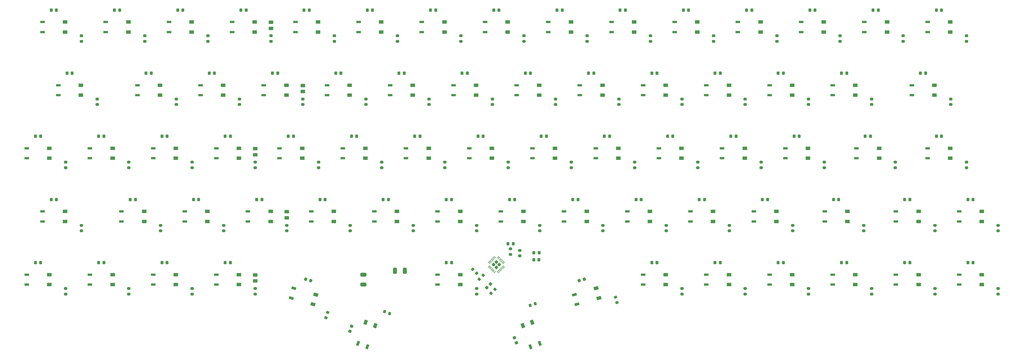
<source format=gtp>
G04 #@! TF.GenerationSoftware,KiCad,Pcbnew,(6.0.7-1)-1*
G04 #@! TF.CreationDate,2022-08-18T09:54:35+02:00*
G04 #@! TF.ProjectId,optical-keyboard-mx,6f707469-6361-46c2-9d6b-6579626f6172,rev?*
G04 #@! TF.SameCoordinates,Original*
G04 #@! TF.FileFunction,Paste,Top*
G04 #@! TF.FilePolarity,Positive*
%FSLAX46Y46*%
G04 Gerber Fmt 4.6, Leading zero omitted, Abs format (unit mm)*
G04 Created by KiCad (PCBNEW (6.0.7-1)-1) date 2022-08-18 09:54:35*
%MOMM*%
%LPD*%
G01*
G04 APERTURE LIST*
G04 Aperture macros list*
%AMRoundRect*
0 Rectangle with rounded corners*
0 $1 Rounding radius*
0 $2 $3 $4 $5 $6 $7 $8 $9 X,Y pos of 4 corners*
0 Add a 4 corners polygon primitive as box body*
4,1,4,$2,$3,$4,$5,$6,$7,$8,$9,$2,$3,0*
0 Add four circle primitives for the rounded corners*
1,1,$1+$1,$2,$3*
1,1,$1+$1,$4,$5*
1,1,$1+$1,$6,$7*
1,1,$1+$1,$8,$9*
0 Add four rect primitives between the rounded corners*
20,1,$1+$1,$2,$3,$4,$5,0*
20,1,$1+$1,$4,$5,$6,$7,0*
20,1,$1+$1,$6,$7,$8,$9,0*
20,1,$1+$1,$8,$9,$2,$3,0*%
%AMRotRect*
0 Rectangle, with rotation*
0 The origin of the aperture is its center*
0 $1 length*
0 $2 width*
0 $3 Rotation angle, in degrees counterclockwise*
0 Add horizontal line*
21,1,$1,$2,0,0,$3*%
G04 Aperture macros list end*
%ADD10R,1.400000X1.000000*%
%ADD11R,1.400000X0.800000*%
%ADD12RoundRect,0.200000X-0.275000X0.200000X-0.275000X-0.200000X0.275000X-0.200000X0.275000X0.200000X0*%
%ADD13RotRect,0.800000X1.400000X286.000000*%
%ADD14RoundRect,0.200000X0.200000X0.275000X-0.200000X0.275000X-0.200000X-0.275000X0.200000X-0.275000X0*%
%ADD15RoundRect,0.218750X-0.218750X-0.256250X0.218750X-0.256250X0.218750X0.256250X-0.218750X0.256250X0*%
%ADD16RotRect,0.800000X1.400000X340.000000*%
%ADD17RoundRect,0.250000X0.450000X-0.262500X0.450000X0.262500X-0.450000X0.262500X-0.450000X-0.262500X0*%
%ADD18RoundRect,0.218750X-0.139644X-0.306619X0.280908X-0.186028X0.139644X0.306619X-0.280908X0.186028X0*%
%ADD19RoundRect,0.200000X0.275000X-0.200000X0.275000X0.200000X-0.275000X0.200000X-0.275000X-0.200000X0*%
%ADD20RoundRect,0.200000X-0.053033X0.335876X-0.335876X0.053033X0.053033X-0.335876X0.335876X-0.053033X0*%
%ADD21RoundRect,0.225000X0.225000X0.250000X-0.225000X0.250000X-0.225000X-0.250000X0.225000X-0.250000X0*%
%ADD22RoundRect,0.218750X0.165979X-0.293200X0.315613X0.117915X-0.165979X0.293200X-0.315613X-0.117915X0*%
%ADD23RoundRect,0.200000X-0.209219X0.268053X-0.319474X-0.116452X0.209219X-0.268053X0.319474X0.116452X0*%
%ADD24RoundRect,0.225000X-0.017678X0.335876X-0.335876X0.017678X0.017678X-0.335876X0.335876X-0.017678X0*%
%ADD25RoundRect,0.200000X-0.319474X0.116452X-0.209219X-0.268053X0.319474X-0.116452X0.209219X0.268053X0*%
%ADD26RoundRect,0.218750X-0.280908X-0.186028X0.139644X-0.306619X0.280908X0.186028X-0.139644X0.306619X0*%
%ADD27RoundRect,0.200000X-0.093883X-0.326819X0.281994X-0.190011X0.093883X0.326819X-0.281994X0.190011X0*%
%ADD28RoundRect,0.200000X0.053033X-0.335876X0.335876X-0.053033X-0.053033X0.335876X-0.335876X0.053033X0*%
%ADD29RoundRect,0.218750X0.315613X-0.117915X0.165979X0.293200X-0.315613X0.117915X-0.165979X-0.293200X0*%
%ADD30RotRect,0.800000X1.400000X20.000000*%
%ADD31RotRect,1.000000X1.400000X200.000000*%
%ADD32RoundRect,0.232500X0.000000X-0.328805X0.328805X0.000000X0.000000X0.328805X-0.328805X0.000000X0*%
%ADD33RoundRect,0.050000X-0.220971X-0.291682X0.291682X0.220971X0.220971X0.291682X-0.291682X-0.220971X0*%
%ADD34RoundRect,0.050000X0.220971X-0.291682X0.291682X-0.220971X-0.220971X0.291682X-0.291682X0.220971X0*%
%ADD35RotRect,0.800000X1.400000X254.000000*%
%ADD36RotRect,1.000000X1.400000X74.000000*%
%ADD37RotRect,1.000000X1.400000X160.000000*%
%ADD38RoundRect,0.250000X-0.325000X-0.650000X0.325000X-0.650000X0.325000X0.650000X-0.325000X0.650000X0*%
%ADD39RoundRect,0.200000X-0.335876X-0.053033X-0.053033X-0.335876X0.335876X0.053033X0.053033X0.335876X0*%
%ADD40RotRect,1.000000X1.400000X106.000000*%
%ADD41RoundRect,0.200000X-0.281994X-0.190011X0.093883X-0.326819X0.281994X0.190011X-0.093883X0.326819X0*%
%ADD42RoundRect,0.250000X-0.650000X0.325000X-0.650000X-0.325000X0.650000X-0.325000X0.650000X0.325000X0*%
G04 APERTURE END LIST*
D10*
X188650000Y-36500000D03*
X188650000Y-39500000D03*
D11*
X48850000Y-74500000D03*
X48850000Y-77500000D03*
D12*
X250550000Y-40675000D03*
X250550000Y-42325000D03*
D10*
X74650000Y-36500000D03*
X74650000Y-39500000D03*
D13*
X175418254Y-80495274D03*
X176245166Y-83379060D03*
D14*
X157125000Y-65240000D03*
X155475000Y-65240000D03*
D12*
X141300000Y-2675000D03*
X141300000Y-4325000D03*
X226800000Y-78675000D03*
X226800000Y-80325000D03*
X207800000Y-21675000D03*
X207800000Y-23325000D03*
D11*
X44100000Y-17500000D03*
X44100000Y-20500000D03*
D10*
X240900000Y-74500000D03*
X240900000Y-77500000D03*
D15*
X279462500Y-13900000D03*
X281037500Y-13900000D03*
D12*
X22550000Y-78675000D03*
X22550000Y-80325000D03*
D10*
X231400000Y1500000D03*
X231400000Y-1500000D03*
X174400000Y1500000D03*
X174400000Y-1500000D03*
D15*
X32462500Y-70900000D03*
X34037500Y-70900000D03*
D10*
X112650000Y-36500000D03*
X112650000Y-39500000D03*
D16*
X110427593Y-95181925D03*
X113246671Y-96207985D03*
D17*
X84300000Y-412500D03*
X84300000Y1412500D03*
D11*
X243600000Y1500000D03*
X243600000Y-1500000D03*
X224600000Y1500000D03*
X224600000Y-1500000D03*
D15*
X60962500Y-51900000D03*
X62537500Y-51900000D03*
D12*
X127050000Y-59675000D03*
X127050000Y-61325000D03*
D11*
X134350000Y-74500000D03*
X134350000Y-77500000D03*
D10*
X36650000Y-36500000D03*
X36650000Y-39500000D03*
X236150000Y-55500000D03*
X236150000Y-58500000D03*
X193400000Y1500000D03*
X193400000Y-1500000D03*
X46150000Y-55500000D03*
X46150000Y-58500000D03*
X207650000Y-36500000D03*
X207650000Y-39500000D03*
D11*
X272100000Y-55500000D03*
X272100000Y-58500000D03*
D12*
X262425000Y-59675000D03*
X262425000Y-61325000D03*
D15*
X236712500Y-70900000D03*
X238287500Y-70900000D03*
D11*
X10850000Y-74500000D03*
X10850000Y-77500000D03*
D12*
X70050000Y-59675000D03*
X70050000Y-61325000D03*
D15*
X136962500Y-51900000D03*
X138537500Y-51900000D03*
X222462500Y-32900000D03*
X224037500Y-32900000D03*
X141712500Y-13900000D03*
X143287500Y-13900000D03*
X89462500Y-32900000D03*
X91037500Y-32900000D03*
X193962500Y-51900000D03*
X195537500Y-51900000D03*
D10*
X98400000Y1500000D03*
X98400000Y-1500000D03*
D12*
X103300000Y-2675000D03*
X103300000Y-4325000D03*
D15*
X18212500Y-51900000D03*
X19787500Y-51900000D03*
D12*
X169800000Y-21675000D03*
X169800000Y-23325000D03*
D15*
X170212500Y5100000D03*
X171787500Y5100000D03*
D10*
X117400000Y1500000D03*
X117400000Y-1500000D03*
D12*
X41550000Y-40675000D03*
X41550000Y-42325000D03*
D10*
X278900000Y-74500000D03*
X278900000Y-77500000D03*
D15*
X56212500Y5100000D03*
X57787500Y5100000D03*
D11*
X77350000Y-55500000D03*
X77350000Y-58500000D03*
D15*
X255712500Y-13900000D03*
X257287500Y-13900000D03*
D12*
X89050000Y-59675000D03*
X89050000Y-61325000D03*
D11*
X196100000Y-17500000D03*
X196100000Y-20500000D03*
D10*
X217150000Y-55500000D03*
X217150000Y-58500000D03*
D12*
X188800000Y-21675000D03*
X188800000Y-23325000D03*
D10*
X267024999Y-36500000D03*
X267024999Y-39500000D03*
D15*
X246212500Y5100000D03*
X247787500Y5100000D03*
D10*
X27150000Y-17500000D03*
X27150000Y-20500000D03*
D18*
X176937255Y-76314629D03*
X178451243Y-75880501D03*
D15*
X70462500Y-32900000D03*
X72037500Y-32900000D03*
X79962500Y-51900000D03*
X81537500Y-51900000D03*
D11*
X101100000Y-17500000D03*
X101100000Y-20500000D03*
D15*
X13462500Y-32900000D03*
X15037500Y-32900000D03*
D12*
X146050000Y-78675000D03*
X146050000Y-80325000D03*
D10*
X202900000Y-74500000D03*
X202900000Y-77500000D03*
D11*
X91600000Y1500000D03*
X91600000Y-1500000D03*
D12*
X165050000Y-59675000D03*
X165050000Y-61325000D03*
D10*
X145900000Y-17500000D03*
X145900000Y-20500000D03*
D11*
X67850000Y-36500000D03*
X67850000Y-39500000D03*
D15*
X13462500Y-70900000D03*
X15037500Y-70900000D03*
D10*
X164900000Y-17500000D03*
X164900000Y-20500000D03*
D19*
X156200000Y-68395000D03*
X156200000Y-66745000D03*
D10*
X283650000Y-17500000D03*
X283650000Y-20500000D03*
D15*
X84712500Y-13900000D03*
X86287500Y-13900000D03*
D11*
X250725000Y-55500000D03*
X250725000Y-58500000D03*
D12*
X212550000Y-40675000D03*
X212550000Y-42325000D03*
D10*
X60400000Y1500000D03*
X60400000Y-1500000D03*
D11*
X276850000Y-17500000D03*
X276850000Y-20500000D03*
D10*
X55650000Y-36500000D03*
X55650000Y-39500000D03*
D15*
X65712500Y-13900000D03*
X67287500Y-13900000D03*
D10*
X221900000Y-74500000D03*
X221900000Y-77500000D03*
D15*
X151212500Y5100000D03*
X152787500Y5100000D03*
D12*
X79550000Y-40675000D03*
X79550000Y-42325000D03*
D11*
X10850000Y-36500000D03*
X10850000Y-39500000D03*
D12*
X79550000Y-78675000D03*
X79550000Y-80325000D03*
D15*
X274712500Y-51900000D03*
X276287500Y-51900000D03*
X174962500Y-51900000D03*
X176537500Y-51900000D03*
D10*
X79400000Y1500000D03*
X79400000Y-1500000D03*
D11*
X72600000Y1500000D03*
X72600000Y-1500000D03*
D12*
X283800000Y-78675000D03*
X283800000Y-80325000D03*
D11*
X105850000Y-36500000D03*
X105850000Y-39500000D03*
X158100000Y-17500000D03*
X158100000Y-20500000D03*
D10*
X74650000Y-74500000D03*
X74650000Y-77500000D03*
D11*
X124850000Y-36500000D03*
X124850000Y-39500000D03*
D12*
X65300000Y-2675000D03*
X65300000Y-4325000D03*
D15*
X70462500Y-70900000D03*
X72037500Y-70900000D03*
X255712500Y-70900000D03*
X257287500Y-70900000D03*
D11*
X191350000Y-55500000D03*
X191350000Y-58500000D03*
D12*
X122300000Y-2675000D03*
X122300000Y-4325000D03*
X236300000Y-2675000D03*
X236300000Y-4325000D03*
X245800000Y-78675000D03*
X245800000Y-80325000D03*
D15*
X51462500Y-32900000D03*
X53037500Y-32900000D03*
X98962500Y-51900000D03*
X100537500Y-51900000D03*
X113212500Y5100000D03*
X114787500Y5100000D03*
X189212500Y5100000D03*
X190787500Y5100000D03*
D17*
X79550000Y-76412500D03*
X79550000Y-74587500D03*
D10*
X240900000Y-17500000D03*
X240900000Y-20500000D03*
D11*
X34600000Y1500000D03*
X34600000Y-1500000D03*
D15*
X179712500Y-13900000D03*
X181287500Y-13900000D03*
D11*
X215100000Y-17500000D03*
X215100000Y-20500000D03*
D15*
X236712500Y-13900000D03*
X238287500Y-13900000D03*
D12*
X46300000Y-2675000D03*
X46300000Y-4325000D03*
D15*
X127462500Y-32900000D03*
X129037500Y-32900000D03*
X132212500Y5100000D03*
X133787500Y5100000D03*
D11*
X181850000Y-36500000D03*
X181850000Y-39500000D03*
D12*
X112800000Y-21675000D03*
X112800000Y-23325000D03*
D10*
X22400000Y-55500000D03*
X22400000Y-58500000D03*
D12*
X55800000Y-21675000D03*
X55800000Y-23325000D03*
D11*
X215100000Y-74500000D03*
X215100000Y-77500000D03*
D10*
X136400000Y1500000D03*
X136400000Y-1500000D03*
X88900000Y-17500000D03*
X88900000Y-20500000D03*
D15*
X184462500Y-32900000D03*
X186037500Y-32900000D03*
D12*
X203050000Y-59675000D03*
X203050000Y-61325000D03*
D10*
X93650000Y-36500000D03*
X93650000Y-39500000D03*
D11*
X253100000Y-74500000D03*
X253100000Y-77500000D03*
D15*
X265212500Y5100000D03*
X266787500Y5100000D03*
D11*
X272100000Y-74500000D03*
X272100000Y-77500000D03*
D15*
X75212500Y5100000D03*
X76787500Y5100000D03*
D12*
X217300000Y-2675000D03*
X217300000Y-4325000D03*
X60550000Y-40675000D03*
X60550000Y-42325000D03*
D15*
X32462500Y-32900000D03*
X34037500Y-32900000D03*
X284212500Y-32900000D03*
X285787500Y-32900000D03*
D12*
X288550000Y-21675000D03*
X288550000Y-23325000D03*
D15*
X46712500Y-13900000D03*
X48287500Y-13900000D03*
D12*
X131800000Y-21675000D03*
X131800000Y-23325000D03*
D15*
X203462500Y-32900000D03*
X205037500Y-32900000D03*
X262837500Y-32900000D03*
X264412500Y-32900000D03*
D10*
X50900000Y-17500000D03*
X50900000Y-20500000D03*
D11*
X167600000Y1500000D03*
X167600000Y-1500000D03*
D12*
X74800000Y-21675000D03*
X74800000Y-23325000D03*
D15*
X208212500Y5100000D03*
X209787500Y5100000D03*
X241462500Y-32900000D03*
X243037500Y-32900000D03*
D10*
X297900000Y-74500000D03*
X297900000Y-77500000D03*
D11*
X110600000Y1500000D03*
X110600000Y-1500000D03*
X234100000Y-17500000D03*
X234100000Y-20500000D03*
X281600000Y1500000D03*
X281600000Y-1500000D03*
D15*
X122712500Y-13900000D03*
X124287500Y-13900000D03*
X227212500Y5100000D03*
X228787500Y5100000D03*
D12*
X41550000Y-78675000D03*
X41550000Y-80325000D03*
D10*
X41400000Y1500000D03*
X41400000Y-1500000D03*
D20*
X151563363Y-78906637D03*
X150396637Y-80073363D03*
D10*
X155400000Y1500000D03*
X155400000Y-1500000D03*
D12*
X27300000Y-2675000D03*
X27300000Y-4325000D03*
D10*
X84150000Y-55500000D03*
X84150000Y-58500000D03*
D11*
X238850000Y-36500000D03*
X238850000Y-39500000D03*
D15*
X103712500Y-13900000D03*
X105287500Y-13900000D03*
D12*
X264800000Y-78675000D03*
X264800000Y-80325000D03*
D10*
X160150000Y-55500000D03*
X160150000Y-58500000D03*
D11*
X281600000Y-36500000D03*
X281600000Y-39500000D03*
D21*
X164775000Y-70000000D03*
X163225000Y-70000000D03*
D15*
X293712500Y-51900000D03*
X295287500Y-51900000D03*
X160712500Y-13900000D03*
X162287500Y-13900000D03*
D21*
X164845000Y-67920000D03*
X163295000Y-67920000D03*
D10*
X22400000Y1500000D03*
X22400000Y-1500000D03*
D11*
X96350000Y-55500000D03*
X96350000Y-58500000D03*
D12*
X283800000Y-59675000D03*
X283800000Y-61325000D03*
X198300000Y-2675000D03*
X198300000Y-4325000D03*
D10*
X141150000Y-74500000D03*
X141150000Y-77500000D03*
D11*
X139100000Y-17500000D03*
X139100000Y-20500000D03*
D12*
X274300000Y-2675000D03*
X274300000Y-4325000D03*
D10*
X65150000Y-55500000D03*
X65150000Y-58500000D03*
D15*
X165462500Y-32900000D03*
X167037500Y-32900000D03*
D10*
X141150000Y-55500000D03*
X141150000Y-58500000D03*
D12*
X245800000Y-21675000D03*
X245800000Y-23325000D03*
D11*
X210350000Y-55500000D03*
X210350000Y-58500000D03*
D22*
X107938227Y-91495705D03*
X108476909Y-90015689D03*
D12*
X93800000Y-21675000D03*
X93800000Y-23325000D03*
D10*
X202900000Y-17500000D03*
X202900000Y-20500000D03*
D11*
X115350000Y-55500000D03*
X115350000Y-58500000D03*
D12*
X51050000Y-59675000D03*
X51050000Y-61325000D03*
D15*
X18212500Y5100000D03*
X19787500Y5100000D03*
D23*
X101266142Y-85859165D03*
X100811340Y-87445247D03*
D12*
X271925000Y-40675000D03*
X271925000Y-42325000D03*
D15*
X37212500Y5100000D03*
X38787500Y5100000D03*
D10*
X212400000Y1500000D03*
X212400000Y-1500000D03*
D15*
X253337500Y-51900000D03*
X254912500Y-51900000D03*
D11*
X129600000Y1500000D03*
X129600000Y-1500000D03*
D10*
X250400000Y1500000D03*
X250400000Y-1500000D03*
D24*
X150218008Y-77341992D03*
X149121992Y-78438008D03*
D12*
X241050000Y-59675000D03*
X241050000Y-61325000D03*
D17*
X79550000Y-38412500D03*
X79550000Y-36587500D03*
D11*
X48850000Y-36500000D03*
X48850000Y-39500000D03*
D10*
X221900000Y-17500000D03*
X221900000Y-20500000D03*
D11*
X67850000Y-74500000D03*
X67850000Y-77500000D03*
D10*
X122150000Y-55500000D03*
X122150000Y-58500000D03*
X259899999Y-17500000D03*
X259899999Y-20500000D03*
D12*
X293300000Y-40675000D03*
X293300000Y-42325000D03*
D10*
X259899999Y-74500000D03*
X259899999Y-77500000D03*
D11*
X177100000Y-17500000D03*
X177100000Y-20500000D03*
D25*
X187815802Y-81283585D03*
X188270604Y-82869667D03*
D11*
X196100000Y-74500000D03*
X196100000Y-77500000D03*
D10*
X288400000Y1500000D03*
X288400000Y-1500000D03*
X288400000Y-36500000D03*
X288400000Y-39500000D03*
D12*
X84300000Y-2675000D03*
X84300000Y-4325000D03*
X150800000Y-21675000D03*
X150800000Y-23325000D03*
D11*
X15600000Y1500000D03*
X15600000Y-1500000D03*
D15*
X274712500Y-70900000D03*
X276287500Y-70900000D03*
D12*
X98550000Y-40675000D03*
X98550000Y-42325000D03*
X184050000Y-59675000D03*
X184050000Y-61325000D03*
X155550000Y-40675000D03*
X155550000Y-42325000D03*
X222050000Y-59675000D03*
X222050000Y-61325000D03*
D15*
X198712500Y-13900000D03*
X200287500Y-13900000D03*
D11*
X63100000Y-17500000D03*
X63100000Y-20500000D03*
D15*
X231962500Y-51900000D03*
X233537500Y-51900000D03*
D26*
X94673757Y-75880501D03*
X96187745Y-76314629D03*
D27*
X162174911Y-83785648D03*
X163725403Y-83221314D03*
D11*
X234100000Y-74500000D03*
X234100000Y-77500000D03*
D10*
X169650000Y-36500000D03*
X169650000Y-39500000D03*
D11*
X134350000Y-55500000D03*
X134350000Y-58500000D03*
D10*
X55650000Y-74500000D03*
X55650000Y-77500000D03*
D11*
X260225000Y-36500000D03*
X260225000Y-39500000D03*
D10*
X17650000Y-36500000D03*
X17650000Y-39500000D03*
D11*
X148600000Y1500000D03*
X148600000Y-1500000D03*
D10*
X297900000Y-55500000D03*
X297900000Y-58500000D03*
D12*
X293300000Y-2675000D03*
X293300000Y-4325000D03*
D10*
X245650000Y-36500000D03*
X245650000Y-39500000D03*
X278900000Y-55500000D03*
X278900000Y-58500000D03*
D15*
X117962500Y-51900000D03*
X119537500Y-51900000D03*
D10*
X226650000Y-36500000D03*
X226650000Y-39500000D03*
D12*
X193550000Y-40675000D03*
X193550000Y-42325000D03*
D11*
X143850000Y-36500000D03*
X143850000Y-39500000D03*
X200850000Y-36500000D03*
X200850000Y-39500000D03*
D28*
X146856637Y-75893363D03*
X148023363Y-74726637D03*
D11*
X58350000Y-55500000D03*
X58350000Y-58500000D03*
D12*
X136550000Y-40675000D03*
X136550000Y-42325000D03*
D29*
X157976909Y-94984311D03*
X157438227Y-93504295D03*
D10*
X126900000Y-17500000D03*
X126900000Y-20500000D03*
D15*
X136962500Y-70900000D03*
X138537500Y-70900000D03*
D11*
X291100000Y-74500000D03*
X291100000Y-77500000D03*
D10*
X183900000Y-17500000D03*
X183900000Y-20500000D03*
X103150000Y-55500000D03*
X103150000Y-58500000D03*
D11*
X15600000Y-55500000D03*
X15600000Y-58500000D03*
D10*
X131650000Y-36500000D03*
X131650000Y-39500000D03*
D12*
X231550000Y-40675000D03*
X231550000Y-42325000D03*
X160300000Y-2675000D03*
X160300000Y-4325000D03*
D30*
X162253329Y-96207985D03*
X165072407Y-95181925D03*
D15*
X293712500Y-70900000D03*
X295287500Y-70900000D03*
D10*
X198150000Y-55500000D03*
X198150000Y-58500000D03*
D31*
X159927593Y-89818075D03*
X162746671Y-88792015D03*
D11*
X162850000Y-36500000D03*
X162850000Y-39500000D03*
D12*
X22550000Y-40675000D03*
X22550000Y-42325000D03*
D10*
X150650000Y-36500000D03*
X150650000Y-39500000D03*
D11*
X253100000Y-17500000D03*
X253100000Y-20500000D03*
D12*
X264800000Y-21675000D03*
X264800000Y-23325000D03*
D15*
X22962500Y-13900000D03*
X24537500Y-13900000D03*
D11*
X262600000Y1500000D03*
X262600000Y-1500000D03*
D12*
X174550000Y-40675000D03*
X174550000Y-42325000D03*
X179300000Y-2675000D03*
X179300000Y-4325000D03*
D10*
X17650000Y-74500000D03*
X17650000Y-77500000D03*
D32*
X152000000Y-72313173D03*
X152000000Y-70686827D03*
X151186827Y-71500000D03*
X152813173Y-71500000D03*
D33*
X149781452Y-72021491D03*
X150064295Y-72304334D03*
X150347138Y-72587177D03*
X150629981Y-72870019D03*
X150912823Y-73152862D03*
X151195666Y-73435705D03*
X151478509Y-73718548D03*
D34*
X152521491Y-73718548D03*
X152804334Y-73435705D03*
X153087177Y-73152862D03*
X153370019Y-72870019D03*
X153652862Y-72587177D03*
X153935705Y-72304334D03*
X154218548Y-72021491D03*
D33*
X154218548Y-70978509D03*
X153935705Y-70695666D03*
X153652862Y-70412823D03*
X153370019Y-70129981D03*
X153087177Y-69847138D03*
X152804334Y-69564295D03*
X152521491Y-69281452D03*
D34*
X151478509Y-69281452D03*
X151195666Y-69564295D03*
X150912823Y-69847138D03*
X150629981Y-70129981D03*
X150347138Y-70412823D03*
X150064295Y-70695666D03*
X149781452Y-70978509D03*
D12*
X27300000Y-59675000D03*
X27300000Y-61325000D03*
D15*
X217712500Y-13900000D03*
X219287500Y-13900000D03*
X146462500Y-32900000D03*
X148037500Y-32900000D03*
D11*
X186600000Y1500000D03*
X186600000Y-1500000D03*
D15*
X217712500Y-70900000D03*
X219287500Y-70900000D03*
D11*
X86850000Y-36500000D03*
X86850000Y-39500000D03*
D35*
X91170166Y-78620940D03*
X90343254Y-81504726D03*
D11*
X153350000Y-55500000D03*
X153350000Y-58500000D03*
X120100000Y-17500000D03*
X120100000Y-20500000D03*
D36*
X97706746Y-80495274D03*
X96879834Y-83379060D03*
D15*
X41962500Y-51900000D03*
X43537500Y-51900000D03*
D37*
X112753329Y-88792015D03*
X115572407Y-89818075D03*
D12*
X108050000Y-59675000D03*
X108050000Y-61325000D03*
D11*
X20350000Y-17500000D03*
X20350000Y-20500000D03*
D10*
X269400000Y1500000D03*
X269400000Y-1500000D03*
D15*
X51462500Y-70900000D03*
X53037500Y-70900000D03*
D11*
X29850000Y-36500000D03*
X29850000Y-39500000D03*
D38*
X121495000Y-73370000D03*
X124445000Y-73370000D03*
D39*
X144926637Y-72906637D03*
X146093363Y-74073363D03*
D15*
X284212500Y5100000D03*
X285787500Y5100000D03*
D11*
X291100000Y-55500000D03*
X291100000Y-58500000D03*
X205600000Y1500000D03*
X205600000Y-1500000D03*
D12*
X255300000Y-2675000D03*
X255300000Y-4325000D03*
X226800000Y-21675000D03*
X226800000Y-23325000D03*
D11*
X53600000Y1500000D03*
X53600000Y-1500000D03*
D15*
X155962500Y-51900000D03*
X157537500Y-51900000D03*
D12*
X146050000Y-59675000D03*
X146050000Y-61325000D03*
D10*
X107900000Y-17500000D03*
X107900000Y-20500000D03*
D40*
X181954834Y-78620940D03*
X182781746Y-81504726D03*
D11*
X172350000Y-55500000D03*
X172350000Y-58500000D03*
D15*
X198712500Y-70900000D03*
X200287500Y-70900000D03*
D12*
X302800000Y-59675000D03*
X302800000Y-61325000D03*
D11*
X82100000Y-17500000D03*
X82100000Y-20500000D03*
D17*
X93800000Y-19412500D03*
X93800000Y-17587500D03*
D11*
X219850000Y-36500000D03*
X219850000Y-39500000D03*
X39350000Y-55500000D03*
X39350000Y-58500000D03*
D41*
X118352445Y-85615455D03*
X119902937Y-86179789D03*
D10*
X69900000Y-17500000D03*
X69900000Y-20500000D03*
D11*
X29850000Y-74500000D03*
X29850000Y-77500000D03*
D12*
X60550000Y-78675000D03*
X60550000Y-80325000D03*
X117550000Y-40675000D03*
X117550000Y-42325000D03*
X32049999Y-21675000D03*
X32049999Y-23325000D03*
D17*
X89050000Y-57412500D03*
X89050000Y-55587500D03*
D42*
X112000000Y-74525000D03*
X112000000Y-77475000D03*
D10*
X257524999Y-55500000D03*
X257524999Y-58500000D03*
D11*
X229350000Y-55500000D03*
X229350000Y-58500000D03*
D15*
X108462500Y-32900000D03*
X110037500Y-32900000D03*
D12*
X207800000Y-78675000D03*
X207800000Y-80325000D03*
X159060000Y-67195000D03*
X159060000Y-68845000D03*
D15*
X94212500Y5100000D03*
X95787500Y5100000D03*
X212962500Y-51900000D03*
X214537500Y-51900000D03*
D10*
X36650000Y-74500000D03*
X36650000Y-77500000D03*
D12*
X302800000Y-78675000D03*
X302800000Y-80325000D03*
D10*
X179150000Y-55500000D03*
X179150000Y-58500000D03*
M02*

</source>
